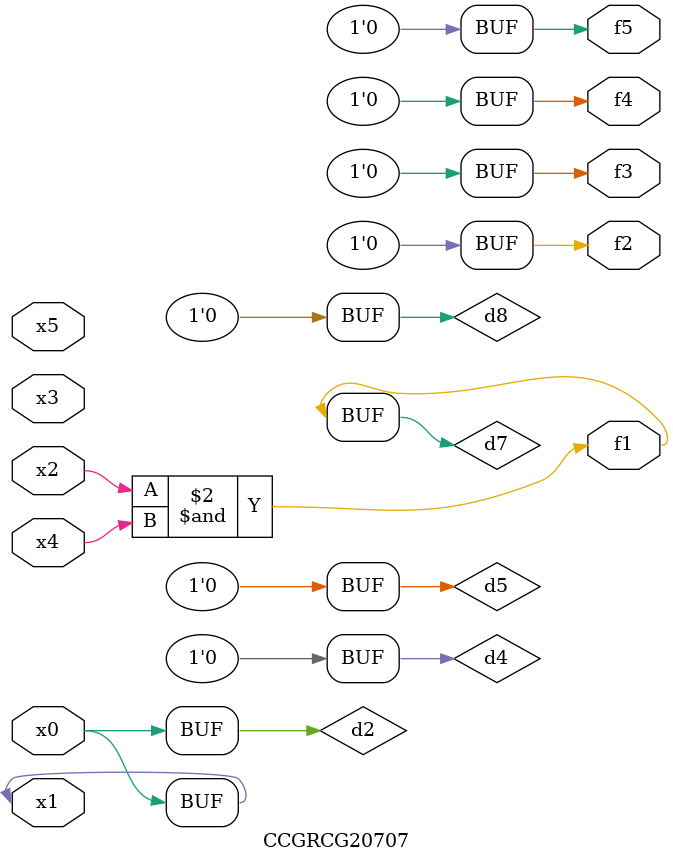
<source format=v>
module CCGRCG20707(
	input x0, x1, x2, x3, x4, x5,
	output f1, f2, f3, f4, f5
);

	wire d1, d2, d3, d4, d5, d6, d7, d8, d9;

	nand (d1, x1);
	buf (d2, x0, x1);
	nand (d3, x2, x4);
	and (d4, d1, d2);
	and (d5, d1, d2);
	nand (d6, d1, d3);
	not (d7, d3);
	xor (d8, d5);
	nor (d9, d5, d6);
	assign f1 = d7;
	assign f2 = d8;
	assign f3 = d8;
	assign f4 = d8;
	assign f5 = d8;
endmodule

</source>
